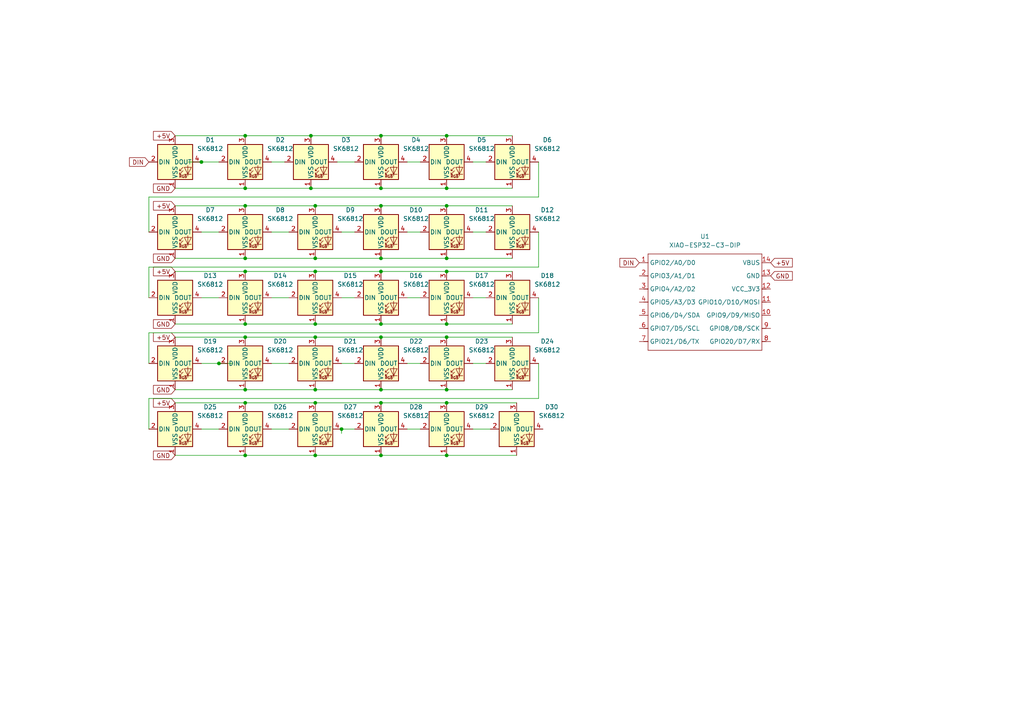
<source format=kicad_sch>
(kicad_sch (version 20250114) (generator "eeschema") (generator_version "9.0")
  (paper "A4")
  (lib_symbols
    (symbol "LED:SK6812" (pin_names (offset 0.254))
      (property "Reference" "D" (at 5.08 5.715 0))
      (property "Value" "SK6812" (at 1.27 -5.715 0))
      (symbol "SK6812_0_0"
        (text "RGB" (at 2.286 -4.191 0) (effects (font (size 0.762 0.762))))
      )
      (symbol "SK6812_0_1"
        (polyline (pts (xy 1.27 -2.54) (xy 1.778 -2.54)))
        (polyline (pts (xy 1.27 -3.556) (xy 1.778 -3.556)))
        (polyline (pts (xy 2.286 -1.524) (xy 1.27 -2.54) (xy 1.27 -2.032)))
        (polyline (pts (xy 2.286 -2.54) (xy 1.27 -3.556) (xy 1.27 -3.048)))
        (polyline (pts (xy 3.683 -1.016) (xy 3.683 -3.556) (xy 3.683 -4.064)))
        (polyline (pts (xy 4.699 -1.524) (xy 2.667 -1.524) (xy 3.683 -3.556) (xy 4.699 -1.524)))
        (polyline (pts (xy 4.699 -3.556) (xy 2.667 -3.556)))
        (rectangle (start 5.08 5.08) (end -5.08 -5.08) (stroke (width 0.254)) (fill (type background)))
      )
      (symbol "SK6812_1_1"
        (pin input line (at -7.62 0 0) (length 2.54) (name "DIN") (number "2"))
        (pin power_in line (at 0 7.62 270) (length 2.54) (name "VDD") (number "3"))
        (pin power_in line (at 0 -7.62 90) (length 2.54) (name "VSS") (number "1"))
        (pin output line (at 7.62 0 180) (length 2.54) (name "DOUT") (number "4"))
      )
    )
    (symbol "Seeed_Studio_XIAO_Series:XIAO-ESP32-C3-DIP"
      (property "Reference" "U" (at 1.016 2.794 0))
      (property "Value" "XIAO-ESP32-C3-DIP" (at 7.62 1.016 0))
      (symbol "XIAO-ESP32-C3-DIP_1_0"
        (polyline (pts (xy 0 0) (xy 33.02 0)) (stroke (width 0.1524)))
        (polyline (pts (xy 0 -2.54) (xy -1.27 -2.54)) (stroke (width 0.1524)))
        (polyline (pts (xy 0 -2.54) (xy 0 0)) (stroke (width 0.1524)))
        (polyline (pts (xy 0 -6.35) (xy -1.27 -6.35)) (stroke (width 0.1524)))
        (polyline (pts (xy 0 -6.35) (xy 0 -2.54)) (stroke (width 0.1524)))
        (polyline (pts (xy 0 -10.16) (xy -1.27 -10.16)) (stroke (width 0.1524)))
        (polyline (pts (xy 0 -10.16) (xy 0 -6.35)) (stroke (width 0.1524)))
        (polyline (pts (xy 0 -13.97) (xy -1.27 -13.97)) (stroke (width 0.1524)))
        (polyline (pts (xy 0 -13.97) (xy 0 -10.16)) (stroke (width 0.1524)))
        (polyline (pts (xy 0 -17.78) (xy -1.27 -17.78)) (stroke (width 0.1524)))
        (polyline (pts (xy 0 -21.59) (xy -1.27 -21.59)) (stroke (width 0.1524)))
        (polyline (pts (xy 0 -25.4) (xy -1.27 -25.4)) (stroke (width 0.1524)))
        (polyline (pts (xy 0 -27.94) (xy 0 -13.97)) (stroke (width 0.1524)))
        (polyline (pts (xy 33.02 0) (xy 33.02 -2.54)) (stroke (width 0.1524)))
        (polyline (pts (xy 33.02 -2.54) (xy 33.02 -6.35)) (stroke (width 0.1524)))
        (polyline (pts (xy 33.02 -6.35) (xy 33.02 -10.16)) (stroke (width 0.1524)))
        (polyline (pts (xy 33.02 -10.16) (xy 33.02 -27.94)) (stroke (width 0.1524)))
        (polyline (pts (xy 33.02 -27.94) (xy 0 -27.94)) (stroke (width 0.1524)))
        (polyline (pts (xy 34.29 -2.54) (xy 33.02 -2.54)) (stroke (width 0.1524)))
        (polyline (pts (xy 34.29 -6.35) (xy 33.02 -6.35)) (stroke (width 0.1524)))
        (polyline (pts (xy 34.29 -10.16) (xy 33.02 -10.16)) (stroke (width 0.1524)))
        (polyline (pts (xy 34.29 -13.97) (xy 33.02 -13.97)) (stroke (width 0.1524)))
        (polyline (pts (xy 34.29 -17.78) (xy 33.02 -17.78)) (stroke (width 0.1524)))
        (polyline (pts (xy 34.29 -21.59) (xy 33.02 -21.59)) (stroke (width 0.1524)))
        (polyline (pts (xy 34.29 -25.4) (xy 33.02 -25.4)) (stroke (width 0.1524)))
        (pin passive line (at -2.54 -2.54 0) (length 2.54) (name "GPIO2/A0/D0") (number "1"))
        (pin passive line (at -2.54 -6.35 0) (length 2.54) (name "GPIO3/A1/D1") (number "2"))
        (pin passive line (at -2.54 -10.16 0) (length 2.54) (name "GPIO4/A2/D2") (number "3"))
        (pin passive line (at -2.54 -13.97 0) (length 2.54) (name "GPIO5/A3/D3") (number "4"))
        (pin passive line (at -2.54 -17.78 0) (length 2.54) (name "GPIO6/D4/SDA") (number "5"))
        (pin passive line (at -2.54 -21.59 0) (length 2.54) (name "GPIO7/D5/SCL") (number "6"))
        (pin passive line (at -2.54 -25.4 0) (length 2.54) (name "GPIO21/D6/TX") (number "7"))
        (pin passive line (at 35.56 -2.54 180) (length 2.54) (name "VBUS") (number "14"))
        (pin passive line (at 35.56 -6.35 180) (length 2.54) (name "GND") (number "13"))
        (pin passive line (at 35.56 -10.16 180) (length 2.54) (name "VCC_3V3") (number "12"))
        (pin passive line (at 35.56 -13.97 180) (length 2.54) (name "GPIO10/D10/MOSI") (number "11"))
        (pin passive line (at 35.56 -17.78 180) (length 2.54) (name "GPIO9/D9/MISO") (number "10"))
        (pin passive line (at 35.56 -21.59 180) (length 2.54) (name "GPIO8/D8/SCK") (number "9"))
        (pin passive line (at 35.56 -25.4 180) (length 2.54) (name "GPIO20/D7/RX") (number "8"))
      )
    )
  )
  (junction (at 110.49 74.93))
  (junction (at 129.54 97.79))
  (junction (at 129.54 93.98))
  (junction (at 110.49 39.37))
  (junction (at 110.49 78.74))
  (junction (at 91.44 113.03))
  (junction (at 129.54 116.84))
  (junction (at 71.12 132.08))
  (junction (at 71.12 39.37))
  (junction (at 71.12 54.61))
  (junction (at 110.49 59.69))
  (junction (at 91.44 59.69))
  (junction (at 129.54 39.37))
  (junction (at 129.54 78.74))
  (junction (at 71.12 97.79))
  (junction (at 63.5 105.41))
  (junction (at 90.17 54.61))
  (junction (at 71.12 59.69))
  (junction (at 91.44 93.98))
  (junction (at 110.49 54.61))
  (junction (at 129.54 59.69))
  (junction (at 110.49 116.84))
  (junction (at 71.12 93.98))
  (junction (at 71.12 116.84))
  (junction (at 71.12 74.93))
  (junction (at 110.49 113.03))
  (junction (at 91.44 97.79))
  (junction (at 129.54 132.08))
  (junction (at 110.49 97.79))
  (junction (at 99.06 124.46))
  (junction (at 129.54 54.61))
  (junction (at 91.44 116.84))
  (junction (at 71.12 78.74))
  (junction (at 110.49 132.08))
  (junction (at 129.54 74.93))
  (junction (at 71.12 113.03))
  (junction (at 129.54 113.03))
  (junction (at 91.44 132.08))
  (junction (at 91.44 74.93))
  (junction (at 110.49 93.98))
  (junction (at 91.44 78.74))
  (junction (at 58.42 46.99))
  (junction (at 90.17 39.37))
  (wire (pts (xy 58.42 67.31) (xy 63.5 67.31)))
  (wire (pts (xy 156.21 77.47) (xy 43.18 77.47)))
  (wire (pts (xy 129.54 59.69) (xy 148.59 59.69)))
  (wire (pts (xy 50.8 132.08) (xy 71.12 132.08)))
  (wire (pts (xy 71.12 116.84) (xy 91.44 116.84)))
  (wire (pts (xy 137.16 124.46) (xy 142.24 124.46)))
  (wire (pts (xy 71.12 54.61) (xy 90.17 54.61)))
  (wire (pts (xy 156.21 96.52) (xy 43.18 96.52)))
  (wire (pts (xy 91.44 78.74) (xy 110.49 78.74)))
  (wire (pts (xy 71.12 39.37) (xy 90.17 39.37)))
  (wire (pts (xy 43.18 57.15) (xy 43.18 67.31)))
  (wire (pts (xy 110.49 78.74) (xy 129.54 78.74)))
  (wire (pts (xy 91.44 59.69) (xy 110.49 59.69)))
  (wire (pts (xy 110.49 132.08) (xy 129.54 132.08)))
  (wire (pts (xy 129.54 116.84) (xy 149.86 116.84)))
  (wire (pts (xy 110.49 74.93) (xy 129.54 74.93)))
  (wire (pts (xy 71.12 97.79) (xy 91.44 97.79)))
  (wire (pts (xy 129.54 39.37) (xy 148.59 39.37)))
  (wire (pts (xy 99.06 105.41) (xy 102.87 105.41)))
  (wire (pts (xy 156.21 105.41) (xy 156.21 115.57)))
  (wire (pts (xy 156.21 115.57) (xy 43.18 115.57)))
  (wire (pts (xy 137.16 67.31) (xy 140.97 67.31)))
  (wire (pts (xy 99.06 67.31) (xy 102.87 67.31)))
  (wire (pts (xy 129.54 97.79) (xy 148.59 97.79)))
  (wire (pts (xy 129.54 113.03) (xy 148.59 113.03)))
  (wire (pts (xy 99.06 86.36) (xy 102.87 86.36)))
  (wire (pts (xy 110.49 97.79) (xy 129.54 97.79)))
  (wire (pts (xy 137.16 105.41) (xy 140.97 105.41)))
  (wire (pts (xy 156.21 46.99) (xy 156.21 57.15)))
  (wire (pts (xy 50.8 74.93) (xy 71.12 74.93)))
  (wire (pts (xy 90.17 54.61) (xy 110.49 54.61)))
  (wire (pts (xy 110.49 116.84) (xy 129.54 116.84)))
  (wire (pts (xy 50.8 78.74) (xy 71.12 78.74)))
  (wire (pts (xy 71.12 59.69) (xy 91.44 59.69)))
  (wire (pts (xy 129.54 132.08) (xy 149.86 132.08)))
  (wire (pts (xy 110.49 39.37) (xy 129.54 39.37)))
  (wire (pts (xy 78.74 105.41) (xy 83.82 105.41)))
  (wire (pts (xy 129.54 78.74) (xy 148.59 78.74)))
  (wire (pts (xy 78.74 124.46) (xy 83.82 124.46)))
  (wire (pts (xy 99.06 125.73) (xy 99.06 124.46)))
  (wire (pts (xy 129.54 74.93) (xy 148.59 74.93)))
  (wire (pts (xy 71.12 132.08) (xy 91.44 132.08)))
  (wire (pts (xy 50.8 116.84) (xy 71.12 116.84)))
  (wire (pts (xy 110.49 113.03) (xy 129.54 113.03)))
  (wire (pts (xy 78.74 46.99) (xy 82.55 46.99)))
  (wire (pts (xy 71.12 78.74) (xy 91.44 78.74)))
  (wire (pts (xy 118.11 86.36) (xy 121.92 86.36)))
  (wire (pts (xy 91.44 74.93) (xy 110.49 74.93)))
  (wire (pts (xy 91.44 93.98) (xy 110.49 93.98)))
  (wire (pts (xy 50.8 113.03) (xy 71.12 113.03)))
  (wire (pts (xy 110.49 59.69) (xy 129.54 59.69)))
  (wire (pts (xy 78.74 86.36) (xy 83.82 86.36)))
  (wire (pts (xy 43.18 96.52) (xy 43.18 105.41)))
  (wire (pts (xy 58.42 124.46) (xy 63.5 124.46)))
  (wire (pts (xy 63.5 105.41) (xy 67.31 105.41)))
  (wire (pts (xy 58.42 86.36) (xy 63.5 86.36)))
  (wire (pts (xy 54.61 46.99) (xy 58.42 46.99)))
  (wire (pts (xy 71.12 74.93) (xy 91.44 74.93)))
  (wire (pts (xy 78.74 67.31) (xy 83.82 67.31)))
  (wire (pts (xy 90.17 39.37) (xy 110.49 39.37)))
  (wire (pts (xy 156.21 67.31) (xy 156.21 77.47)))
  (wire (pts (xy 58.42 105.41) (xy 63.5 105.41)))
  (wire (pts (xy 50.8 93.98) (xy 71.12 93.98)))
  (wire (pts (xy 58.42 46.99) (xy 63.5 46.99)))
  (wire (pts (xy 156.21 86.36) (xy 156.21 96.52)))
  (wire (pts (xy 43.18 115.57) (xy 43.18 124.46)))
  (wire (pts (xy 118.11 67.31) (xy 121.92 67.31)))
  (wire (pts (xy 110.49 93.98) (xy 129.54 93.98)))
  (wire (pts (xy 110.49 54.61) (xy 129.54 54.61)))
  (wire (pts (xy 50.8 59.69) (xy 71.12 59.69)))
  (wire (pts (xy 71.12 93.98) (xy 91.44 93.98)))
  (wire (pts (xy 91.44 113.03) (xy 110.49 113.03)))
  (wire (pts (xy 99.06 124.46) (xy 102.87 124.46)))
  (wire (pts (xy 118.11 46.99) (xy 121.92 46.99)))
  (wire (pts (xy 129.54 93.98) (xy 148.59 93.98)))
  (wire (pts (xy 129.54 54.61) (xy 148.59 54.61)))
  (wire (pts (xy 137.16 46.99) (xy 140.97 46.99)))
  (wire (pts (xy 97.79 46.99) (xy 102.87 46.99)))
  (wire (pts (xy 137.16 86.36) (xy 140.97 86.36)))
  (wire (pts (xy 118.11 105.41) (xy 121.92 105.41)))
  (wire (pts (xy 156.21 57.15) (xy 43.18 57.15)))
  (wire (pts (xy 50.8 97.79) (xy 71.12 97.79)))
  (wire (pts (xy 43.18 77.47) (xy 43.18 86.36)))
  (wire (pts (xy 50.8 39.37) (xy 71.12 39.37)))
  (wire (pts (xy 71.12 113.03) (xy 91.44 113.03)))
  (wire (pts (xy 91.44 116.84) (xy 110.49 116.84)))
  (wire (pts (xy 91.44 132.08) (xy 110.49 132.08)))
  (wire (pts (xy 118.11 124.46) (xy 121.92 124.46)))
  (wire (pts (xy 50.8 54.61) (xy 71.12 54.61)))
  (wire (pts (xy 91.44 97.79) (xy 110.49 97.79)))
  (global_label "DIN" (shape input) (at 185.42 76.2 180) (property "Intersheetrefs" "${INTERSHEET_REFS}" (effects (hide yes))))
  (global_label "GND" (shape input) (at 50.8 113.03 180) (property "Intersheetrefs" "${INTERSHEET_REFS}" (effects (hide yes))))
  (global_label "GND" (shape input) (at 223.52 80.01 0) (property "Intersheetrefs" "${INTERSHEET_REFS}" (effects (hide yes))))
  (global_label "GND" (shape input) (at 50.8 54.61 180) (property "Intersheetrefs" "${INTERSHEET_REFS}" (effects (hide yes))))
  (global_label "GND" (shape input) (at 50.8 93.98 180) (property "Intersheetrefs" "${INTERSHEET_REFS}" (effects (hide yes))))
  (global_label "+5V" (shape input) (at 50.8 78.74 180) (property "Intersheetrefs" "${INTERSHEET_REFS}" (effects (hide yes))))
  (global_label "+5V" (shape input) (at 50.8 116.84 180) (property "Intersheetrefs" "${INTERSHEET_REFS}" (effects (hide yes))))
  (global_label "+5V" (shape input) (at 50.8 59.69 180) (property "Intersheetrefs" "${INTERSHEET_REFS}" (effects (hide yes))))
  (global_label "+5V" (shape input) (at 223.52 76.2 0) (property "Intersheetrefs" "${INTERSHEET_REFS}" (effects (hide yes))))
  (global_label "GND" (shape input) (at 50.8 132.08 180) (property "Intersheetrefs" "${INTERSHEET_REFS}" (effects (hide yes))))
  (global_label "DIN" (shape input) (at 43.18 46.99 180) (property "Intersheetrefs" "${INTERSHEET_REFS}" (effects (hide yes))))
  (global_label "+5V" (shape input) (at 50.8 97.79 180) (property "Intersheetrefs" "${INTERSHEET_REFS}" (effects (hide yes))))
  (global_label "GND" (shape input) (at 50.8 74.93 180) (property "Intersheetrefs" "${INTERSHEET_REFS}" (effects (hide yes))))
  (global_label "+5V" (shape input) (at 50.8 39.37 180) (property "Intersheetrefs" "${INTERSHEET_REFS}" (effects (hide yes))))
  (symbol (lib_id "LED:SK6812") (at 129.54 46.99 0) (unit 1)
    (property "Reference" "D5" (at 139.7 40.5698 0))
    (property "Value" "SK6812" (at 139.7 43.1098 0))
    (property "Footprint" "LED_SMD:LED_SK6812_PLCC4_5.0x5.0mm_P3.2mm" (effects (hide yes)))
    (property "Datasheet" "https://cdn-shop.adafruit.com/product-files/1138/SK6812+LED+datasheet+.pdf" (effects (hide yes)))
    (property "Description" "RGB LED with integrated controller" (effects (hide yes)))
  )
  (symbol (lib_id "LED:SK6812") (at 148.59 86.36 0) (unit 1)
    (property "Reference" "D18" (at 158.75 79.9398 0))
    (property "Value" "SK6812" (at 158.75 82.4798 0))
    (property "Footprint" "LED_SMD:LED_SK6812_PLCC4_5.0x5.0mm_P3.2mm" (effects (hide yes)))
    (property "Datasheet" "https://cdn-shop.adafruit.com/product-files/1138/SK6812+LED+datasheet+.pdf" (effects (hide yes)))
    (property "Description" "RGB LED with integrated controller" (effects (hide yes)))
  )
  (symbol (lib_id "Seeed_Studio_XIAO_Series:XIAO-ESP32-C3-DIP") (at 187.96 73.66 0) (unit 1)
    (property "Reference" "U1" (at 204.47 68.58 0))
    (property "Value" "XIAO-ESP32-C3-DIP" (at 204.47 71.12 0))
    (property "Footprint" "Module:MOUDLE14P-XIAO-DIP-SMD" (effects (hide yes)))
  )
  (symbol (lib_id "LED:SK6812") (at 90.17 46.99 0) (unit 1)
    (property "Reference" "D3" (at 100.33 40.5698 0))
    (property "Value" "SK6812" (at 100.33 43.1098 0))
    (property "Footprint" "LED_SMD:LED_SK6812_PLCC4_5.0x5.0mm_P3.2mm" (effects (hide yes)))
    (property "Datasheet" "https://cdn-shop.adafruit.com/product-files/1138/SK6812+LED+datasheet+.pdf" (effects (hide yes)))
    (property "Description" "RGB LED with integrated controller" (effects (hide yes)))
  )
  (symbol (lib_id "LED:SK6812") (at 129.54 67.31 0) (unit 1)
    (property "Reference" "D11" (at 139.7 60.8898 0))
    (property "Value" "SK6812" (at 139.7 63.4298 0))
    (property "Footprint" "LED_SMD:LED_SK6812_PLCC4_5.0x5.0mm_P3.2mm" (effects (hide yes)))
    (property "Datasheet" "https://cdn-shop.adafruit.com/product-files/1138/SK6812+LED+datasheet+.pdf" (effects (hide yes)))
    (property "Description" "RGB LED with integrated controller" (effects (hide yes)))
  )
  (symbol (lib_id "LED:SK6812") (at 149.86 124.46 0) (unit 1)
    (property "Reference" "D30" (at 160.02 118.0398 0))
    (property "Value" "SK6812" (at 160.02 120.5798 0))
    (property "Footprint" "LED_SMD:LED_SK6812_PLCC4_5.0x5.0mm_P3.2mm" (effects (hide yes)))
    (property "Datasheet" "https://cdn-shop.adafruit.com/product-files/1138/SK6812+LED+datasheet+.pdf" (effects (hide yes)))
    (property "Description" "RGB LED with integrated controller" (effects (hide yes)))
  )
  (symbol (lib_id "LED:SK6812") (at 110.49 86.36 0) (unit 1)
    (property "Reference" "D16" (at 120.65 79.9398 0))
    (property "Value" "SK6812" (at 120.65 82.4798 0))
    (property "Footprint" "LED_SMD:LED_SK6812_PLCC4_5.0x5.0mm_P3.2mm" (effects (hide yes)))
    (property "Datasheet" "https://cdn-shop.adafruit.com/product-files/1138/SK6812+LED+datasheet+.pdf" (effects (hide yes)))
    (property "Description" "RGB LED with integrated controller" (effects (hide yes)))
  )
  (symbol (lib_id "LED:SK6812") (at 50.8 67.31 0) (unit 1)
    (property "Reference" "D7" (at 60.96 60.8898 0))
    (property "Value" "SK6812" (at 60.96 63.4298 0))
    (property "Footprint" "LED_SMD:LED_SK6812_PLCC4_5.0x5.0mm_P3.2mm" (effects (hide yes)))
    (property "Datasheet" "https://cdn-shop.adafruit.com/product-files/1138/SK6812+LED+datasheet+.pdf" (effects (hide yes)))
    (property "Description" "RGB LED with integrated controller" (effects (hide yes)))
  )
  (symbol (lib_id "LED:SK6812") (at 71.12 67.31 0) (unit 1)
    (property "Reference" "D8" (at 81.28 60.8898 0))
    (property "Value" "SK6812" (at 81.28 63.4298 0))
    (property "Footprint" "LED_SMD:LED_SK6812_PLCC4_5.0x5.0mm_P3.2mm" (effects (hide yes)))
    (property "Datasheet" "https://cdn-shop.adafruit.com/product-files/1138/SK6812+LED+datasheet+.pdf" (effects (hide yes)))
    (property "Description" "RGB LED with integrated controller" (effects (hide yes)))
  )
  (symbol (lib_id "LED:SK6812") (at 50.8 86.36 0) (unit 1)
    (property "Reference" "D13" (at 60.96 79.9398 0))
    (property "Value" "SK6812" (at 60.96 82.4798 0))
    (property "Footprint" "LED_SMD:LED_SK6812_PLCC4_5.0x5.0mm_P3.2mm" (effects (hide yes)))
    (property "Datasheet" "https://cdn-shop.adafruit.com/product-files/1138/SK6812+LED+datasheet+.pdf" (effects (hide yes)))
    (property "Description" "RGB LED with integrated controller" (effects (hide yes)))
  )
  (symbol (lib_id "LED:SK6812") (at 148.59 105.41 0) (unit 1)
    (property "Reference" "D24" (at 158.75 98.9898 0))
    (property "Value" "SK6812" (at 158.75 101.5298 0))
    (property "Footprint" "LED_SMD:LED_SK6812_PLCC4_5.0x5.0mm_P3.2mm" (effects (hide yes)))
    (property "Datasheet" "https://cdn-shop.adafruit.com/product-files/1138/SK6812+LED+datasheet+.pdf" (effects (hide yes)))
    (property "Description" "RGB LED with integrated controller" (effects (hide yes)))
  )
  (symbol (lib_id "LED:SK6812") (at 129.54 86.36 0) (unit 1)
    (property "Reference" "D17" (at 139.7 79.9398 0))
    (property "Value" "SK6812" (at 139.7 82.4798 0))
    (property "Footprint" "LED_SMD:LED_SK6812_PLCC4_5.0x5.0mm_P3.2mm" (effects (hide yes)))
    (property "Datasheet" "https://cdn-shop.adafruit.com/product-files/1138/SK6812+LED+datasheet+.pdf" (effects (hide yes)))
    (property "Description" "RGB LED with integrated controller" (effects (hide yes)))
  )
  (symbol (lib_id "LED:SK6812") (at 50.8 124.46 0) (unit 1)
    (property "Reference" "D25" (at 60.96 118.0398 0))
    (property "Value" "SK6812" (at 60.96 120.5798 0))
    (property "Footprint" "LED_SMD:LED_SK6812_PLCC4_5.0x5.0mm_P3.2mm" (effects (hide yes)))
    (property "Datasheet" "https://cdn-shop.adafruit.com/product-files/1138/SK6812+LED+datasheet+.pdf" (effects (hide yes)))
    (property "Description" "RGB LED with integrated controller" (effects (hide yes)))
  )
  (symbol (lib_id "LED:SK6812") (at 91.44 86.36 0) (unit 1)
    (property "Reference" "D15" (at 101.6 79.9398 0))
    (property "Value" "SK6812" (at 101.6 82.4798 0))
    (property "Footprint" "LED_SMD:LED_SK6812_PLCC4_5.0x5.0mm_P3.2mm" (effects (hide yes)))
    (property "Datasheet" "https://cdn-shop.adafruit.com/product-files/1138/SK6812+LED+datasheet+.pdf" (effects (hide yes)))
    (property "Description" "RGB LED with integrated controller" (effects (hide yes)))
  )
  (symbol (lib_id "LED:SK6812") (at 129.54 105.41 0) (unit 1)
    (property "Reference" "D23" (at 139.7 98.9898 0))
    (property "Value" "SK6812" (at 139.7 101.5298 0))
    (property "Footprint" "LED_SMD:LED_SK6812_PLCC4_5.0x5.0mm_P3.2mm" (effects (hide yes)))
    (property "Datasheet" "https://cdn-shop.adafruit.com/product-files/1138/SK6812+LED+datasheet+.pdf" (effects (hide yes)))
    (property "Description" "RGB LED with integrated controller" (effects (hide yes)))
  )
  (symbol (lib_id "LED:SK6812") (at 129.54 124.46 0) (unit 1)
    (property "Reference" "D29" (at 139.7 118.0398 0))
    (property "Value" "SK6812" (at 139.7 120.5798 0))
    (property "Footprint" "LED_SMD:LED_SK6812_PLCC4_5.0x5.0mm_P3.2mm" (effects (hide yes)))
    (property "Datasheet" "https://cdn-shop.adafruit.com/product-files/1138/SK6812+LED+datasheet+.pdf" (effects (hide yes)))
    (property "Description" "RGB LED with integrated controller" (effects (hide yes)))
  )
  (symbol (lib_id "LED:SK6812") (at 110.49 46.99 0) (unit 1)
    (property "Reference" "D4" (at 120.65 40.5698 0))
    (property "Value" "SK6812" (at 120.65 43.1098 0))
    (property "Footprint" "LED_SMD:LED_SK6812_PLCC4_5.0x5.0mm_P3.2mm" (effects (hide yes)))
    (property "Datasheet" "https://cdn-shop.adafruit.com/product-files/1138/SK6812+LED+datasheet+.pdf" (effects (hide yes)))
    (property "Description" "RGB LED with integrated controller" (effects (hide yes)))
  )
  (symbol (lib_id "LED:SK6812") (at 148.59 67.31 0) (unit 1)
    (property "Reference" "D12" (at 158.75 60.8898 0))
    (property "Value" "SK6812" (at 158.75 63.4298 0))
    (property "Footprint" "LED_SMD:LED_SK6812_PLCC4_5.0x5.0mm_P3.2mm" (effects (hide yes)))
    (property "Datasheet" "https://cdn-shop.adafruit.com/product-files/1138/SK6812+LED+datasheet+.pdf" (effects (hide yes)))
    (property "Description" "RGB LED with integrated controller" (effects (hide yes)))
  )
  (symbol (lib_id "LED:SK6812") (at 71.12 124.46 0) (unit 1)
    (property "Reference" "D26" (at 81.28 118.0398 0))
    (property "Value" "SK6812" (at 81.28 120.5798 0))
    (property "Footprint" "LED_SMD:LED_SK6812_PLCC4_5.0x5.0mm_P3.2mm" (effects (hide yes)))
    (property "Datasheet" "https://cdn-shop.adafruit.com/product-files/1138/SK6812+LED+datasheet+.pdf" (effects (hide yes)))
    (property "Description" "RGB LED with integrated controller" (effects (hide yes)))
  )
  (symbol (lib_id "LED:SK6812") (at 50.8 105.41 0) (unit 1)
    (property "Reference" "D19" (at 60.96 98.9898 0))
    (property "Value" "SK6812" (at 60.96 101.5298 0))
    (property "Footprint" "LED_SMD:LED_SK6812_PLCC4_5.0x5.0mm_P3.2mm" (effects (hide yes)))
    (property "Datasheet" "https://cdn-shop.adafruit.com/product-files/1138/SK6812+LED+datasheet+.pdf" (effects (hide yes)))
    (property "Description" "RGB LED with integrated controller" (effects (hide yes)))
  )
  (symbol (lib_id "LED:SK6812") (at 110.49 67.31 0) (unit 1)
    (property "Reference" "D10" (at 120.65 60.8898 0))
    (property "Value" "SK6812" (at 120.65 63.4298 0))
    (property "Footprint" "LED_SMD:LED_SK6812_PLCC4_5.0x5.0mm_P3.2mm" (effects (hide yes)))
    (property "Datasheet" "https://cdn-shop.adafruit.com/product-files/1138/SK6812+LED+datasheet+.pdf" (effects (hide yes)))
    (property "Description" "RGB LED with integrated controller" (effects (hide yes)))
  )
  (symbol (lib_id "LED:SK6812") (at 71.12 105.41 0) (unit 1)
    (property "Reference" "D20" (at 81.28 98.9898 0))
    (property "Value" "SK6812" (at 81.28 101.5298 0))
    (property "Footprint" "LED_SMD:LED_SK6812_PLCC4_5.0x5.0mm_P3.2mm" (effects (hide yes)))
    (property "Datasheet" "https://cdn-shop.adafruit.com/product-files/1138/SK6812+LED+datasheet+.pdf" (effects (hide yes)))
    (property "Description" "RGB LED with integrated controller" (effects (hide yes)))
  )
  (symbol (lib_id "LED:SK6812") (at 50.8 46.99 0) (unit 1)
    (property "Reference" "D1" (at 60.96 40.5698 0))
    (property "Value" "SK6812" (at 60.96 43.1098 0))
    (property "Footprint" "LED_SMD:LED_SK6812_PLCC4_5.0x5.0mm_P3.2mm" (effects (hide yes)))
    (property "Datasheet" "https://cdn-shop.adafruit.com/product-files/1138/SK6812+LED+datasheet+.pdf" (effects (hide yes)))
    (property "Description" "RGB LED with integrated controller" (effects (hide yes)))
  )
  (symbol (lib_id "LED:SK6812") (at 91.44 67.31 0) (unit 1)
    (property "Reference" "D9" (at 101.6 60.8898 0))
    (property "Value" "SK6812" (at 101.6 63.4298 0))
    (property "Footprint" "LED_SMD:LED_SK6812_PLCC4_5.0x5.0mm_P3.2mm" (effects (hide yes)))
    (property "Datasheet" "https://cdn-shop.adafruit.com/product-files/1138/SK6812+LED+datasheet+.pdf" (effects (hide yes)))
    (property "Description" "RGB LED with integrated controller" (effects (hide yes)))
  )
  (symbol (lib_id "LED:SK6812") (at 71.12 46.99 0) (unit 1)
    (property "Reference" "D2" (at 81.28 40.5698 0))
    (property "Value" "SK6812" (at 81.28 43.1098 0))
    (property "Footprint" "LED_SMD:LED_SK6812_PLCC4_5.0x5.0mm_P3.2mm" (effects (hide yes)))
    (property "Datasheet" "https://cdn-shop.adafruit.com/product-files/1138/SK6812+LED+datasheet+.pdf" (effects (hide yes)))
    (property "Description" "RGB LED with integrated controller" (effects (hide yes)))
  )
  (symbol (lib_id "LED:SK6812") (at 110.49 105.41 0) (unit 1)
    (property "Reference" "D22" (at 120.65 98.9898 0))
    (property "Value" "SK6812" (at 120.65 101.5298 0))
    (property "Footprint" "LED_SMD:LED_SK6812_PLCC4_5.0x5.0mm_P3.2mm" (effects (hide yes)))
    (property "Datasheet" "https://cdn-shop.adafruit.com/product-files/1138/SK6812+LED+datasheet+.pdf" (effects (hide yes)))
    (property "Description" "RGB LED with integrated controller" (effects (hide yes)))
  )
  (symbol (lib_id "LED:SK6812") (at 110.49 124.46 0) (unit 1)
    (property "Reference" "D28" (at 120.65 118.0398 0))
    (property "Value" "SK6812" (at 120.65 120.5798 0))
    (property "Footprint" "LED_SMD:LED_SK6812_PLCC4_5.0x5.0mm_P3.2mm" (effects (hide yes)))
    (property "Datasheet" "https://cdn-shop.adafruit.com/product-files/1138/SK6812+LED+datasheet+.pdf" (effects (hide yes)))
    (property "Description" "RGB LED with integrated controller" (effects (hide yes)))
  )
  (symbol (lib_id "LED:SK6812") (at 91.44 124.46 0) (unit 1)
    (property "Reference" "D27" (at 101.6 118.0398 0))
    (property "Value" "SK6812" (at 101.6 120.5798 0))
    (property "Footprint" "LED_SMD:LED_SK6812_PLCC4_5.0x5.0mm_P3.2mm" (effects (hide yes)))
    (property "Datasheet" "https://cdn-shop.adafruit.com/product-files/1138/SK6812+LED+datasheet+.pdf" (effects (hide yes)))
    (property "Description" "RGB LED with integrated controller" (effects (hide yes)))
  )
  (symbol (lib_id "LED:SK6812") (at 91.44 105.41 0) (unit 1)
    (property "Reference" "D21" (at 101.6 98.9898 0))
    (property "Value" "SK6812" (at 101.6 101.5298 0))
    (property "Footprint" "LED_SMD:LED_SK6812_PLCC4_5.0x5.0mm_P3.2mm" (effects (hide yes)))
    (property "Datasheet" "https://cdn-shop.adafruit.com/product-files/1138/SK6812+LED+datasheet+.pdf" (effects (hide yes)))
    (property "Description" "RGB LED with integrated controller" (effects (hide yes)))
  )
  (symbol (lib_id "LED:SK6812") (at 71.12 86.36 0) (unit 1)
    (property "Reference" "D14" (at 81.28 79.9398 0))
    (property "Value" "SK6812" (at 81.28 82.4798 0))
    (property "Footprint" "LED_SMD:LED_SK6812_PLCC4_5.0x5.0mm_P3.2mm" (effects (hide yes)))
    (property "Datasheet" "https://cdn-shop.adafruit.com/product-files/1138/SK6812+LED+datasheet+.pdf" (effects (hide yes)))
    (property "Description" "RGB LED with integrated controller" (effects (hide yes)))
  )
  (symbol (lib_id "LED:SK6812") (at 148.59 46.99 0) (unit 1)
    (property "Reference" "D6" (at 158.75 40.5698 0))
    (property "Value" "SK6812" (at 158.75 43.1098 0))
    (property "Footprint" "LED_SMD:LED_SK6812_PLCC4_5.0x5.0mm_P3.2mm" (effects (hide yes)))
    (property "Datasheet" "https://cdn-shop.adafruit.com/product-files/1138/SK6812+LED+datasheet+.pdf" (effects (hide yes)))
    (property "Description" "RGB LED with integrated controller" (effects (hide yes)))
  )
)
</source>
